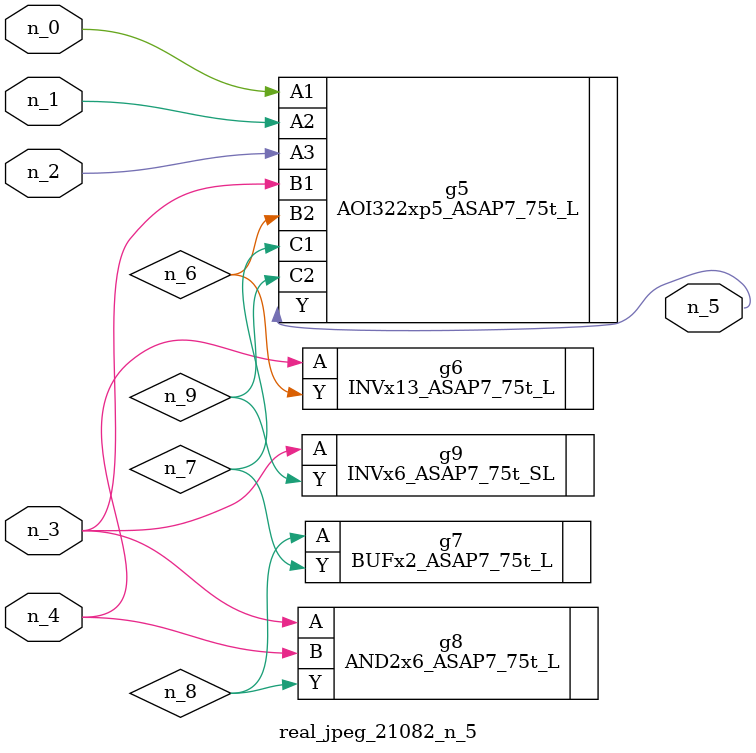
<source format=v>
module real_jpeg_21082_n_5 (n_4, n_0, n_1, n_2, n_3, n_5);

input n_4;
input n_0;
input n_1;
input n_2;
input n_3;

output n_5;

wire n_8;
wire n_6;
wire n_7;
wire n_9;

AOI322xp5_ASAP7_75t_L g5 ( 
.A1(n_0),
.A2(n_1),
.A3(n_2),
.B1(n_3),
.B2(n_6),
.C1(n_7),
.C2(n_9),
.Y(n_5)
);

AND2x6_ASAP7_75t_L g8 ( 
.A(n_3),
.B(n_4),
.Y(n_8)
);

INVx6_ASAP7_75t_SL g9 ( 
.A(n_3),
.Y(n_9)
);

INVx13_ASAP7_75t_L g6 ( 
.A(n_4),
.Y(n_6)
);

BUFx2_ASAP7_75t_L g7 ( 
.A(n_8),
.Y(n_7)
);


endmodule
</source>
